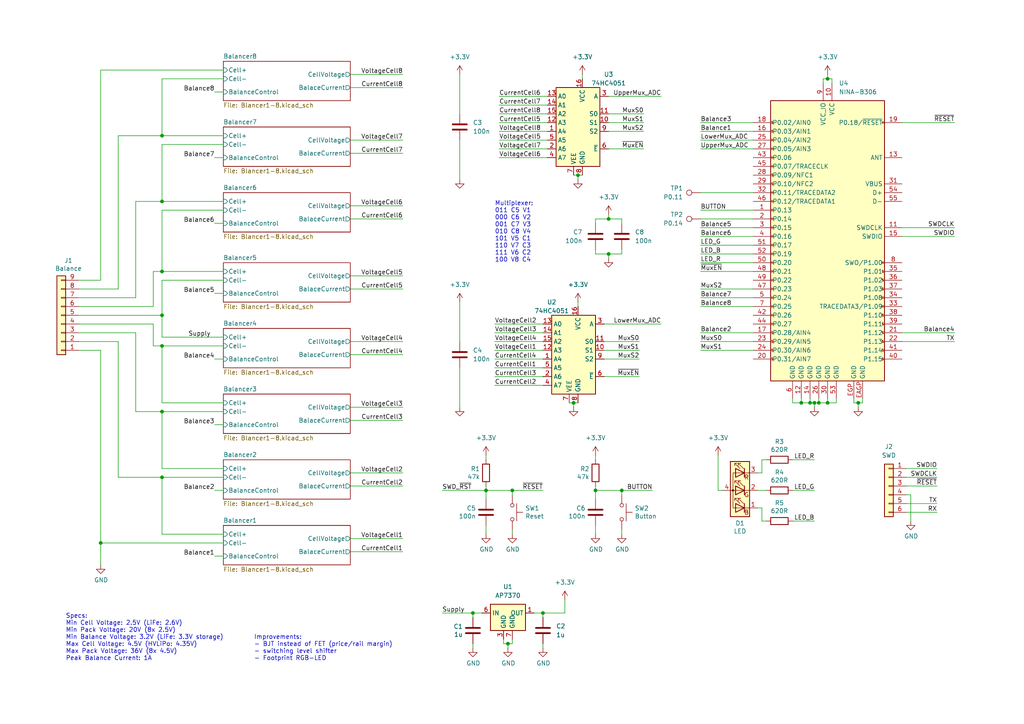
<source format=kicad_sch>
(kicad_sch (version 20211123) (generator eeschema)
  (paper "A4")
  (title_block (title "8-Cell Balancer") (date "2024-01-10") (rev "-"))
  (lib_symbols
    (symbol "0_ProjectLibrary:LDO_Diodes_AP7370"
      (property "Reference" "U?" (at 0 8.89 0))
      (property "Value" "LDO_Diodes_AP7370" (at 0 6.35 0))
      (symbol "LDO_Diodes_AP7370_0_0"
        (pin passive line (at -1.27 -6.35 90) (length 2.54) (name "GND") (number "3"))
        (pin no_connect line (at 0 0 180) (length 2.54) hide (name "") (number "4"))
        (pin passive line (at 1.27 -6.35 90) (length 2.54) (name "GND") (number "7"))
      )
      (symbol "LDO_Diodes_AP7370_0_1"
        (rectangle (start -5.08 3.81) (end 5.08 -3.81) (stroke (width 0.254)) (fill (type background)))
      )
      (symbol "LDO_Diodes_AP7370_1_1"
        (pin power_out line (at 7.62 1.27 180) (length 2.54) (name "OUT") (number "1"))
        (pin no_connect line (at 0 0 180) (length 2.54) hide (name "") (number "2"))
        (pin no_connect line (at 0 0 180) (length 2.54) hide (name "") (number "5"))
        (pin power_in line (at -7.62 1.27 0) (length 2.54) (name "IN") (number "6"))
      )
    )
    (symbol "0_ProjectLibrary:Module_NINA-B306"
      (property "Reference" "U" (at -16.51 41.91 0))
      (property "Value" "Module_NINA-B306" (at 16.51 41.91 0))
      (symbol "Module_NINA-B306_0_1"
        (rectangle (start -16.51 40.64) (end 16.51 -40.64) (stroke (width 0.254)) (fill (type background)))
      )
      (symbol "Module_NINA-B306_1_1"
        (text "  H" (at -16.51 -24.13 0) (effects (font (size 0.635 0.635))))
        (text "  H" (at -16.51 -21.59 0) (effects (font (size 0.635 0.635))))
        (text "  H" (at -16.51 -19.05 0) (effects (font (size 0.635 0.635))))
        (text "  H" (at -16.51 -16.51 0) (effects (font (size 0.635 0.635))))
        (text "  H" (at -16.51 -13.97 0) (effects (font (size 0.635 0.635))))
        (text "  H" (at -16.51 -11.43 0) (effects (font (size 0.635 0.635))))
        (text "  H" (at -16.51 -8.89 0) (effects (font (size 0.635 0.635))))
        (text "  H" (at -16.51 -6.35 0) (effects (font (size 0.635 0.635))))
        (text "  H" (at -16.51 -3.81 0) (effects (font (size 0.635 0.635))))
        (text "  H" (at -16.51 -1.27 0) (effects (font (size 0.635 0.635))))
        (text "  H" (at -16.51 1.27 0) (effects (font (size 0.635 0.635))))
        (text "  H" (at -16.51 3.81 0) (effects (font (size 0.635 0.635))))
        (text "  H" (at -16.51 6.35 0) (effects (font (size 0.635 0.635))))
        (text "  H" (at -16.51 8.89 0) (effects (font (size 0.635 0.635))))
        (text "  H" (at -16.51 11.43 0) (effects (font (size 0.635 0.635))))
        (text "  H" (at -16.51 13.97 0) (effects (font (size 0.635 0.635))))
        (text "  H" (at -16.51 21.59 0) (effects (font (size 0.635 0.635))))
        (text "  H" (at -16.51 24.13 0) (effects (font (size 0.635 0.635))))
        (text "  H" (at -16.51 26.67 0) (effects (font (size 0.635 0.635))))
        (text "  H" (at -16.51 29.21 0) (effects (font (size 0.635 0.635))))
        (text "  S" (at -16.51 -34.29 0) (effects (font (size 0.635 0.635))))
        (text "  S" (at -16.51 -31.75 0) (effects (font (size 0.635 0.635))))
        (text "  S" (at -16.51 -29.21 0) (effects (font (size 0.635 0.635))))
        (text "  S" (at -16.51 -26.67 0) (effects (font (size 0.635 0.635))))
        (text "  S" (at -16.51 16.51 0) (effects (font (size 0.635 0.635))))
        (text "  S" (at -16.51 19.05 0) (effects (font (size 0.635 0.635))))
        (text "  S" (at -16.51 31.75 0) (effects (font (size 0.635 0.635))))
        (text "  S" (at -16.51 34.29 0) (effects (font (size 0.635 0.635))))
        (text "H  " (at 16.51 -19.05 0) (effects (font (size 0.635 0.635))))
        (text "H  " (at 16.51 -16.51 0) (effects (font (size 0.635 0.635))))
        (text "H  " (at 16.51 -6.35 0) (effects (font (size 0.635 0.635))))
        (text "H  " (at 16.51 34.29 0) (effects (font (size 0.635 0.635))))
        (text "S  " (at 16.51 -34.29 0) (effects (font (size 0.635 0.635))))
        (text "S  " (at 16.51 -31.75 0) (effects (font (size 0.635 0.635))))
        (text "S  " (at 16.51 -29.21 0) (effects (font (size 0.635 0.635))))
        (text "S  " (at 16.51 -26.67 0) (effects (font (size 0.635 0.635))))
        (text "S  " (at 16.51 -24.13 0) (effects (font (size 0.635 0.635))))
        (text "S  " (at 16.51 -21.59 0) (effects (font (size 0.635 0.635))))
        (text "S  " (at 16.51 -13.97 0) (effects (font (size 0.635 0.635))))
        (text "S  " (at 16.51 -11.43 0) (effects (font (size 0.635 0.635))))
        (text "S  " (at 16.51 -8.89 0) (effects (font (size 0.635 0.635))))
        (pin bidirectional line (at -21.59 8.89 0) (length 5.08) (name "P0.13") (number "1"))
        (pin power_in line (at 1.27 45.72 270) (length 5.08) (name "VCC") (number "10"))
        (pin input line (at 21.59 3.81 180) (length 5.08) (name "SWDCLK") (number "11"))
        (pin power_in line (at -7.62 -45.72 90) (length 5.08) (name "GND") (number "12"))
        (pin passive line (at 21.59 24.13 180) (length 5.08) (name "ANT") (number "13"))
        (pin power_in line (at -5.08 -45.72 90) (length 5.08) (name "GND") (number "14"))
        (pin bidirectional line (at 21.59 1.27 180) (length 5.08) (name "SWDIO") (number "15"))
        (pin bidirectional line (at -21.59 31.75 0) (length 5.08) (name "P0.03/AIN1") (number "16"))
        (pin bidirectional line (at -21.59 -26.67 0) (length 5.08) (name "P0.28/AIN4") (number "17"))
        (pin bidirectional line (at -21.59 34.29 0) (length 5.08) (name "P0.02/AIN0") (number "18"))
        (pin bidirectional line (at 21.59 34.29 180) (length 5.08) (name "P0.18/~{RESET}") (number "19"))
        (pin bidirectional line (at -21.59 6.35 0) (length 5.08) (name "P0.14") (number "2"))
        (pin bidirectional line (at -21.59 -34.29 0) (length 5.08) (name "P0.31/AIN7") (number "20"))
        (pin bidirectional line (at 21.59 -26.67 180) (length 5.08) (name "P1.12") (number "21"))
        (pin bidirectional line (at 21.59 -29.21 180) (length 5.08) (name "P1.13") (number "22"))
        (pin bidirectional line (at -21.59 -29.21 0) (length 5.08) (name "P0.29/AIN5") (number "23"))
        (pin bidirectional line (at -21.59 -31.75 0) (length 5.08) (name "P0.30/AIN6") (number "24"))
        (pin bidirectional line (at -21.59 29.21 0) (length 5.08) (name "P0.04/AIN2") (number "25"))
        (pin power_in line (at -2.54 -45.72 90) (length 5.08) (name "GND") (number "26"))
        (pin bidirectional line (at -21.59 26.67 0) (length 5.08) (name "P0.05/AIN3") (number "27"))
        (pin bidirectional line (at -21.59 19.05 0) (length 5.08) (name "P0.09/NFC1") (number "28"))
        (pin bidirectional line (at -21.59 16.51 0) (length 5.08) (name "P0.10/NFC2") (number "29"))
        (pin bidirectional line (at -21.59 3.81 0) (length 5.08) (name "P0.15") (number "3"))
        (pin power_in line (at 0 -45.72 90) (length 5.08) (name "GND") (number "30"))
        (pin power_in line (at 21.59 16.51 180) (length 5.08) (name "VBUS") (number "31"))
        (pin bidirectional line (at -21.59 13.97 0) (length 5.08) (name "P0.11/TRACEDATA2") (number "32"))
        (pin bidirectional line (at 21.59 -19.05 180) (length 5.08) (name "TRACEDATA3/P1.09") (number "33"))
        (pin bidirectional line (at 21.59 -16.51 180) (length 5.08) (name "P1.08") (number "34"))
        (pin bidirectional line (at 21.59 -8.89 180) (length 5.08) (name "P1.01") (number "35"))
        (pin bidirectional line (at 21.59 -11.43 180) (length 5.08) (name "P1.02") (number "36"))
        (pin bidirectional line (at 21.59 -13.97 180) (length 5.08) (name "P1.03") (number "37"))
        (pin bidirectional line (at 21.59 -21.59 180) (length 5.08) (name "P1.10") (number "38"))
        (pin bidirectional line (at 21.59 -24.13 180) (length 5.08) (name "P1.11") (number "39"))
        (pin bidirectional line (at -21.59 1.27 0) (length 5.08) (name "P0.16") (number "4"))
        (pin bidirectional line (at 21.59 -34.29 180) (length 5.08) (name "P1.15") (number "40"))
        (pin bidirectional line (at 21.59 -31.75 180) (length 5.08) (name "P1.14") (number "41"))
        (pin bidirectional line (at -21.59 -21.59 0) (length 5.08) (name "P0.26") (number "42"))
        (pin bidirectional line (at -21.59 24.13 0) (length 5.08) (name "P0.06") (number "43"))
        (pin bidirectional line (at -21.59 -24.13 0) (length 5.08) (name "P0.27") (number "44"))
        (pin bidirectional line (at -21.59 21.59 0) (length 5.08) (name "P0.07/TRACECLK") (number "45"))
        (pin bidirectional line (at -21.59 11.43 0) (length 5.08) (name "P0.12/TRACEDATA1") (number "46"))
        (pin bidirectional line (at -21.59 -13.97 0) (length 5.08) (name "P0.23") (number "47"))
        (pin bidirectional line (at -21.59 -8.89 0) (length 5.08) (name "P0.21") (number "48"))
        (pin bidirectional line (at -21.59 -11.43 0) (length 5.08) (name "P0.22") (number "49"))
        (pin bidirectional line (at -21.59 -16.51 0) (length 5.08) (name "P0.24") (number "5"))
        (pin bidirectional line (at -21.59 -6.35 0) (length 5.08) (name "P0.20") (number "50"))
        (pin bidirectional line (at -21.59 -1.27 0) (length 5.08) (name "P0.17") (number "51"))
        (pin bidirectional line (at -21.59 -3.81 0) (length 5.08) (name "P0.19") (number "52"))
        (pin power_in line (at 2.54 -45.72 90) (length 5.08) (name "GND") (number "53"))
        (pin bidirectional line (at 21.59 13.97 180) (length 5.08) (name "D+") (number "54"))
        (pin bidirectional line (at 21.59 11.43 180) (length 5.08) (name "D-") (number "55"))
        (pin power_in line (at -10.16 -45.72 90) (length 5.08) (name "GND") (number "6"))
        (pin bidirectional line (at -21.59 -19.05 0) (length 5.08) (name "P0.25") (number "7"))
        (pin bidirectional line (at 21.59 -6.35 180) (length 5.08) (name "SWO/P1.00") (number "8"))
        (pin power_in line (at -1.27 45.72 270) (length 5.08) (name "VCC_IO") (number "9"))
        (pin power_in line (at 10.16 -45.72 90) (length 5.08) (name "GND") (number "EAGP"))
        (pin power_in line (at 7.62 -45.72 90) (length 5.08) (name "GND") (number "EGP"))
      )
    )
    (symbol "74HC4051_1"
      (property "Reference" "U7" (at -7.62 13.97 0))
      (property "Value" "74HC4051" (at -7.62 11.43 0))
      (symbol "74HC4051_1_0_1"
        (rectangle (start -5.08 10.16) (end 7.62 -12.7) (stroke (width 0.254)) (fill (type background)))
      )
      (symbol "74HC4051_1_1_1"
        (pin passive line (at 10.16 -2.54 180) (length 2.54) (name "A4") (number "1"))
        (pin input line (at -7.62 0 0) (length 2.54) (name "S1") (number "10"))
        (pin input line (at -7.62 2.54 0) (length 2.54) (name "S0") (number "11"))
        (pin passive line (at 10.16 0 180) (length 2.54) (name "A3") (number "12"))
        (pin passive line (at 10.16 7.62 180) (length 2.54) (name "A0") (number "13"))
        (pin passive line (at 10.16 5.08 180) (length 2.54) (name "A1") (number "14"))
        (pin passive line (at 10.16 2.54 180) (length 2.54) (name "A2") (number "15"))
        (pin power_in line (at 0 12.7 270) (length 2.54) (name "VCC") (number "16"))
        (pin passive line (at 10.16 -7.62 180) (length 2.54) (name "A6") (number "2"))
        (pin passive line (at -7.62 7.62 0) (length 2.54) (name "A") (number "3"))
        (pin passive line (at 10.16 -10.16 180) (length 2.54) (name "A7") (number "4"))
        (pin passive line (at 10.16 -5.08 180) (length 2.54) (name "A5") (number "5"))
        (pin input line (at -7.62 -7.62 0) (length 2.54) (name "~{E}") (number "6"))
        (pin power_in line (at 2.54 -15.24 90) (length 2.54) (name "VEE") (number "7"))
        (pin power_in line (at 0 -15.24 90) (length 2.54) (name "GND") (number "8"))
        (pin input line (at -7.62 -2.54 0) (length 2.54) (name "S2") (number "9"))
      )
    )
    (symbol "74xx:74HC4051"
      (property "Reference" "U" (at -5.08 11.43 0))
      (property "Value" "74HC4051" (at -7.62 -13.97 0))
      (symbol "74HC4051_0_1"
        (rectangle (start -5.08 10.16) (end 7.62 -12.7) (stroke (width 0.254)) (fill (type background)))
      )
      (symbol "74HC4051_1_1"
        (pin passive line (at 10.16 -2.54 180) (length 2.54) (name "A4") (number "1"))
        (pin input line (at -7.62 0 0) (length 2.54) (name "S1") (number "10"))
        (pin input line (at -7.62 2.54 0) (length 2.54) (name "S0") (number "11"))
        (pin passive line (at 10.16 0 180) (length 2.54) (name "A3") (number "12"))
        (pin passive line (at 10.16 7.62 180) (length 2.54) (name "A0") (number "13"))
        (pin passive line (at 10.16 5.08 180) (length 2.54) (name "A1") (number "14"))
        (pin passive line (at 10.16 2.54 180) (length 2.54) (name "A2") (number "15"))
        (pin power_in line (at 0 12.7 270) (length 2.54) (name "VCC") (number "16"))
        (pin passive line (at 10.16 -7.62 180) (length 2.54) (name "A6") (number "2"))
        (pin passive line (at -7.62 7.62 0) (length 2.54) (name "A") (number "3"))
        (pin passive line (at 10.16 -10.16 180) (length 2.54) (name "A7") (number "4"))
        (pin passive line (at 10.16 -5.08 180) (length 2.54) (name "A5") (number "5"))
        (pin input line (at -7.62 -7.62 0) (length 2.54) (name "~{E}") (number "6"))
        (pin power_in line (at 2.54 -15.24 90) (length 2.54) (name "VEE") (number "7"))
        (pin power_in line (at 0 -15.24 90) (length 2.54) (name "GND") (number "8"))
        (pin input line (at -7.62 -2.54 0) (length 2.54) (name "S2") (number "9"))
      )
    )
    (symbol "Connector:TestPoint" (pin_numbers hide) (pin_names (offset 0.762) hide)
      (property "Reference" "TP" (at 0 6.858 0))
      (property "Value" "TestPoint" (at 0 5.08 0))
      (symbol "TestPoint_0_1"
        (circle (center 0 3.302) (radius 0.762))
      )
      (symbol "TestPoint_1_1"
        (pin passive line (at 0 0 90) (length 2.54) (name "1") (number "1"))
      )
    )
    (symbol "Connector_Generic:Conn_01x06" (pin_names (offset 1.016) hide)
      (property "Reference" "J" (at 0 7.62 0))
      (property "Value" "Conn_01x06" (at 0 -10.16 0))
      (symbol "Conn_01x06_1_1"
        (rectangle (start -1.27 -7.493) (end 0 -7.747) (stroke (width 0.1524)))
        (rectangle (start -1.27 -4.953) (end 0 -5.207) (stroke (width 0.1524)))
        (rectangle (start -1.27 -2.413) (end 0 -2.667) (stroke (width 0.1524)))
        (rectangle (start -1.27 0.127) (end 0 -0.127) (stroke (width 0.1524)))
        (rectangle (start -1.27 2.667) (end 0 2.413) (stroke (width 0.1524)))
        (rectangle (start -1.27 5.207) (end 0 4.953) (stroke (width 0.1524)))
        (rectangle (start -1.27 6.35) (end 1.27 -8.89) (stroke (width 0.254)) (fill (type background)))
        (pin passive line (at -5.08 5.08 0) (length 3.81) (name "Pin_1") (number "1"))
        (pin passive line (at -5.08 2.54 0) (length 3.81) (name "Pin_2") (number "2"))
        (pin passive line (at -5.08 0 0) (length 3.81) (name "Pin_3") (number "3"))
        (pin passive line (at -5.08 -2.54 0) (length 3.81) (name "Pin_4") (number "4"))
        (pin passive line (at -5.08 -5.08 0) (length 3.81) (name "Pin_5") (number "5"))
        (pin passive line (at -5.08 -7.62 0) (length 3.81) (name "Pin_6") (number "6"))
      )
    )
    (symbol "Connector_Generic:Conn_01x09" (pin_names (offset 1.016) hide)
      (property "Reference" "J" (at 0 12.7 0))
      (property "Value" "Conn_01x09" (at 0 -12.7 0))
      (symbol "Conn_01x09_1_1"
        (rectangle (start -1.27 -10.033) (end 0 -10.287) (stroke (width 0.1524)))
        (rectangle (start -1.27 -7.493) (end 0 -7.747) (stroke (width 0.1524)))
        (rectangle (start -1.27 -4.953) (end 0 -5.207) (stroke (width 0.1524)))
        (rectangle (start -1.27 -2.413) (end 0 -2.667) (stroke (width 0.1524)))
        (rectangle (start -1.27 0.127) (end 0 -0.127) (stroke (width 0.1524)))
        (rectangle (start -1.27 2.667) (end 0 2.413) (stroke (width 0.1524)))
        (rectangle (start -1.27 5.207) (end 0 4.953) (stroke (width 0.1524)))
        (rectangle (start -1.27 7.747) (end 0 7.493) (stroke (width 0.1524)))
        (rectangle (start -1.27 10.287) (end 0 10.033) (stroke (width 0.1524)))
        (rectangle (start -1.27 11.43) (end 1.27 -11.43) (stroke (width 0.254)) (fill (type background)))
        (pin passive line (at -5.08 10.16 0) (length 3.81) (name "Pin_1") (number "1"))
        (pin passive line (at -5.08 7.62 0) (length 3.81) (name "Pin_2") (number "2"))
        (pin passive line (at -5.08 5.08 0) (length 3.81) (name "Pin_3") (number "3"))
        (pin passive line (at -5.08 2.54 0) (length 3.81) (name "Pin_4") (number "4"))
        (pin passive line (at -5.08 0 0) (length 3.81) (name "Pin_5") (number "5"))
        (pin passive line (at -5.08 -2.54 0) (length 3.81) (name "Pin_6") (number "6"))
        (pin passive line (at -5.08 -5.08 0) (length 3.81) (name "Pin_7") (number "7"))
        (pin passive line (at -5.08 -7.62 0) (length 3.81) (name "Pin_8") (number "8"))
        (pin passive line (at -5.08 -10.16 0) (length 3.81) (name "Pin_9") (number "9"))
      )
    )
    (symbol "Device:C" (pin_numbers hide) (pin_names (offset 0.254))
      (property "Reference" "C" (at 0.635 2.54 0))
      (property "Value" "C" (at 0.635 -2.54 0))
      (symbol "C_0_1"
        (polyline (pts (xy -2.032 -0.762) (xy 2.032 -0.762)) (stroke (width 0.508)))
        (polyline (pts (xy -2.032 0.762) (xy 2.032 0.762)) (stroke (width 0.508)))
      )
      (symbol "C_1_1"
        (pin passive line (at 0 3.81 270) (length 2.794) (name "~") (number "1"))
        (pin passive line (at 0 -3.81 90) (length 2.794) (name "~") (number "2"))
      )
    )
    (symbol "Device:LED_BGRA" (pin_names (offset 0) hide)
      (property "Reference" "D" (at 0 9.398 0))
      (property "Value" "LED_BGRA" (at 0 -8.89 0))
      (symbol "LED_BGRA_0_0"
        (text "B" (at -1.905 -6.35 0) (effects (font (size 1.27 1.27))))
        (text "G" (at -1.905 -1.27 0) (effects (font (size 1.27 1.27))))
        (text "R" (at -1.905 3.81 0) (effects (font (size 1.27 1.27))))
      )
      (symbol "LED_BGRA_0_1"
        (polyline (pts (xy -1.27 -5.08) (xy -2.54 -5.08)))
        (polyline (pts (xy -1.27 -5.08) (xy 1.27 -5.08)))
        (polyline (pts (xy -1.27 -3.81) (xy -1.27 -6.35)) (stroke (width 0.254)))
        (polyline (pts (xy -1.27 0) (xy -2.54 0)))
        (polyline (pts (xy -1.27 1.27) (xy -1.27 -1.27)) (stroke (width 0.254)))
        (polyline (pts (xy -1.27 5.08) (xy -2.54 5.08)))
        (polyline (pts (xy -1.27 5.08) (xy 1.27 5.08)))
        (polyline (pts (xy -1.27 6.35) (xy -1.27 3.81)) (stroke (width 0.254)))
        (polyline (pts (xy 1.27 0) (xy -1.27 0)))
        (polyline (pts (xy 1.27 0) (xy 2.54 0)))
        (polyline (pts (xy -1.27 1.27) (xy -1.27 -1.27) (xy -1.27 -1.27)))
        (polyline (pts (xy -1.27 6.35) (xy -1.27 3.81) (xy -1.27 3.81)))
        (polyline (pts (xy 1.27 -5.08) (xy 2.032 -5.08) (xy 2.032 5.08) (xy 1.27 5.08)))
        (polyline (pts (xy 1.27 -3.81) (xy 1.27 -6.35) (xy -1.27 -5.08) (xy 1.27 -3.81)) (stroke (width 0.254)))
        (polyline (pts (xy 1.27 1.27) (xy 1.27 -1.27) (xy -1.27 0) (xy 1.27 1.27)) (stroke (width 0.254)))
        (polyline (pts (xy 1.27 6.35) (xy 1.27 3.81) (xy -1.27 5.08) (xy 1.27 6.35)) (stroke (width 0.254)))
        (polyline (pts (xy -1.016 -3.81) (xy 0.508 -2.286) (xy -0.254 -2.286) (xy 0.508 -2.286) (xy 0.508 -3.048)))
        (polyline (pts (xy -1.016 1.27) (xy 0.508 2.794) (xy -0.254 2.794) (xy 0.508 2.794) (xy 0.508 2.032)))
        (polyline (pts (xy -1.016 6.35) (xy 0.508 7.874) (xy -0.254 7.874) (xy 0.508 7.874) (xy 0.508 7.112)))
        (polyline (pts (xy 0 -3.81) (xy 1.524 -2.286) (xy 0.762 -2.286) (xy 1.524 -2.286) (xy 1.524 -3.048)))
        (polyline (pts (xy 0 1.27) (xy 1.524 2.794) (xy 0.762 2.794) (xy 1.524 2.794) (xy 1.524 2.032)))
        (polyline (pts (xy 0 6.35) (xy 1.524 7.874) (xy 0.762 7.874) (xy 1.524 7.874) (xy 1.524 7.112)))
        (rectangle (start 1.27 -1.27) (end 1.27 1.27))
        (rectangle (start 1.27 1.27) (end 1.27 1.27))
        (rectangle (start 1.27 3.81) (end 1.27 6.35))
        (rectangle (start 1.27 6.35) (end 1.27 6.35))
        (circle (center 2.032 0) (radius 0.254) (fill (type outline)))
        (rectangle (start 2.794 8.382) (end -2.794 -7.62) (stroke (width 0.254)) (fill (type background)))
      )
      (symbol "LED_BGRA_1_1"
        (pin passive line (at -5.08 -5.08 0) (length 2.54) (name "BK") (number "1"))
        (pin passive line (at -5.08 0 0) (length 2.54) (name "GK") (number "2"))
        (pin passive line (at -5.08 5.08 0) (length 2.54) (name "RK") (number "3"))
        (pin passive line (at 5.08 0 180) (length 2.54) (name "A") (number "4"))
      )
    )
    (symbol "Device:R" (pin_numbers hide) (pin_names (offset 0))
      (property "Reference" "R" (at 2.032 0 90))
      (property "Value" "R" (at 0 0 90))
      (symbol "R_0_1"
        (rectangle (start -1.016 -2.54) (end 1.016 2.54) (stroke (width 0.254)))
      )
      (symbol "R_1_1"
        (pin passive line (at 0 3.81 270) (length 1.27) (name "~") (number "1"))
        (pin passive line (at 0 -3.81 90) (length 1.27) (name "~") (number "2"))
      )
    )
    (symbol "Switch:SW_Push" (pin_numbers hide) (pin_names (offset 1.016) hide)
      (property "Reference" "SW" (at 1.27 2.54 0))
      (property "Value" "SW_Push" (at 0 -1.524 0))
      (symbol "SW_Push_0_1"
        (circle (center -2.032 0) (radius 0.508))
        (polyline (pts (xy 0 1.27) (xy 0 3.048)))
        (polyline (pts (xy 2.54 1.27) (xy -2.54 1.27)))
        (circle (center 2.032 0) (radius 0.508))
        (pin passive line (at -5.08 0 0) (length 2.54) (name "1") (number "1"))
        (pin passive line (at 5.08 0 180) (length 2.54) (name "2") (number "2"))
      )
    )
    (symbol "power:+3.3V" (power) (pin_names (offset 0))
      (property "Value" "+3.3V" (at 0 3.556 0))
      (symbol "+3.3V_0_1"
        (polyline (pts (xy -0.762 1.27) (xy 0 2.54)))
        (polyline (pts (xy 0 0) (xy 0 2.54)))
        (polyline (pts (xy 0 2.54) (xy 0.762 1.27)))
      )
      (symbol "+3.3V_1_1"
        (pin power_in line (at 0 0 90) (length 0) hide (name "+3.3V") (number "1"))
      )
    )
    (symbol "power:GND" (power) (pin_names (offset 0))
      (property "Value" "GND" (at 0 -3.81 0))
      (symbol "GND_0_1"
        (polyline (pts (xy 0 0) (xy 0 -1.27) (xy 1.27 -1.27) (xy 0 -2.54) (xy -1.27 -1.27) (xy 0 -1.27)))
      )
      (symbol "GND_1_1"
        (pin power_in line (at 0 0 270) (length 0) hide (name "GND") (number "1"))
      )
    )
  )
  (junction (at 157.48 177.8))
  (junction (at 46.99 119.38))
  (junction (at 147.32 186.69))
  (junction (at 248.92 116.84))
  (junction (at 240.03 22.86))
  (junction (at 46.99 58.42))
  (junction (at 166.37 116.84))
  (junction (at 46.99 100.33))
  (junction (at 167.64 50.8))
  (junction (at 232.41 116.84))
  (junction (at 46.99 91.44))
  (junction (at 46.99 138.43))
  (junction (at 176.53 73.66))
  (junction (at 140.97 142.24))
  (junction (at 176.53 63.5))
  (junction (at 29.21 157.48))
  (junction (at 148.59 142.24))
  (junction (at 236.22 116.84))
  (junction (at 172.72 142.24))
  (junction (at 240.03 116.84))
  (junction (at 180.34 142.24))
  (junction (at 137.16 177.8))
  (junction (at 46.99 39.37))
  (junction (at 234.95 116.84))
  (junction (at 46.99 78.74))
  (junction (at 237.49 116.84))
  (wire (pts (xy 262.89 143.51) (xy 264.16 143.51)))
  (wire (pts (xy 203.2 96.52) (xy 218.44 96.52)))
  (wire (pts (xy 143.51 99.06) (xy 157.48 99.06)))
  (wire (pts (xy 29.21 20.32) (xy 29.21 81.28)))
  (wire (pts (xy 250.19 115.57) (xy 250.19 116.84)))
  (wire (pts (xy 203.2 76.2) (xy 218.44 76.2)))
  (wire (pts (xy 229.87 142.24) (xy 236.22 142.24)))
  (wire (pts (xy 62.23 104.14) (xy 64.77 104.14)))
  (wire (pts (xy 34.29 138.43) (xy 46.99 138.43)))
  (wire (pts (xy 137.16 186.69) (xy 137.16 187.96)))
  (wire (pts (xy 22.86 91.44) (xy 46.99 91.44)))
  (wire (pts (xy 157.48 101.6) (xy 143.51 101.6)))
  (wire (pts (xy 101.6 59.69) (xy 116.84 59.69)))
  (wire (pts (xy 203.2 68.58) (xy 218.44 68.58)))
  (wire (pts (xy 247.65 116.84) (xy 248.92 116.84)))
  (wire (pts (xy 133.35 87.63) (xy 133.35 99.06)))
  (wire (pts (xy 46.99 58.42) (xy 39.37 58.42)))
  (wire (pts (xy 34.29 39.37) (xy 46.99 39.37)))
  (wire (pts (xy 39.37 119.38) (xy 39.37 96.52)))
  (wire (pts (xy 208.28 142.24) (xy 209.55 142.24)))
  (wire (pts (xy 140.97 140.97) (xy 140.97 142.24)))
  (wire (pts (xy 163.83 177.8) (xy 157.48 177.8)))
  (wire (pts (xy 229.87 116.84) (xy 232.41 116.84)))
  (wire (pts (xy 208.28 132.08) (xy 208.28 142.24)))
  (wire (pts (xy 101.6 80.01) (xy 116.84 80.01)))
  (wire (pts (xy 46.99 138.43) (xy 46.99 154.94)))
  (wire (pts (xy 176.53 33.02) (xy 186.69 33.02)))
  (wire (pts (xy 62.23 142.24) (xy 64.77 142.24)))
  (wire (pts (xy 176.53 38.1) (xy 186.69 38.1)))
  (wire (pts (xy 140.97 142.24) (xy 128.27 142.24)))
  (wire (pts (xy 64.77 78.74) (xy 46.99 78.74)))
  (wire (pts (xy 44.45 93.98) (xy 22.86 93.98)))
  (wire (pts (xy 44.45 100.33) (xy 46.99 100.33)))
  (wire (pts (xy 264.16 143.51) (xy 264.16 151.13)))
  (wire (pts (xy 172.72 140.97) (xy 172.72 142.24)))
  (wire (pts (xy 101.6 140.97) (xy 116.84 140.97)))
  (wire (pts (xy 46.99 100.33) (xy 64.77 100.33)))
  (wire (pts (xy 143.51 93.98) (xy 157.48 93.98)))
  (wire (pts (xy 62.23 123.19) (xy 64.77 123.19)))
  (wire (pts (xy 44.45 88.9) (xy 22.86 88.9)))
  (wire (pts (xy 166.37 50.8) (xy 167.64 50.8)))
  (wire (pts (xy 175.26 99.06) (xy 185.42 99.06)))
  (wire (pts (xy 168.91 21.59) (xy 168.91 22.86)))
  (wire (pts (xy 101.6 121.92) (xy 116.84 121.92)))
  (wire (pts (xy 238.76 24.13) (xy 238.76 22.86)))
  (wire (pts (xy 191.77 93.98) (xy 175.26 93.98)))
  (wire (pts (xy 176.53 73.66) (xy 180.34 73.66)))
  (wire (pts (xy 101.6 156.21) (xy 116.84 156.21)))
  (wire (pts (xy 203.2 38.1) (xy 218.44 38.1)))
  (wire (pts (xy 218.44 101.6) (xy 203.2 101.6)))
  (wire (pts (xy 229.87 133.35) (xy 236.22 133.35)))
  (wire (pts (xy 101.6 160.02) (xy 116.84 160.02)))
  (wire (pts (xy 39.37 86.36) (xy 22.86 86.36)))
  (wire (pts (xy 148.59 153.67) (xy 148.59 154.94)))
  (wire (pts (xy 62.23 26.67) (xy 64.77 26.67)))
  (wire (pts (xy 175.26 101.6) (xy 185.42 101.6)))
  (wire (pts (xy 172.72 72.39) (xy 172.72 73.66)))
  (wire (pts (xy 157.48 96.52) (xy 143.51 96.52)))
  (wire (pts (xy 248.92 116.84) (xy 250.19 116.84)))
  (wire (pts (xy 218.44 99.06) (xy 203.2 99.06)))
  (wire (pts (xy 46.99 138.43) (xy 64.77 138.43)))
  (wire (pts (xy 203.2 60.96) (xy 218.44 60.96)))
  (wire (pts (xy 158.75 33.02) (xy 144.78 33.02)))
  (wire (pts (xy 176.53 43.18) (xy 186.69 43.18)))
  (wire (pts (xy 236.22 116.84) (xy 236.22 118.11)))
  (wire (pts (xy 220.98 147.32) (xy 219.71 147.32)))
  (wire (pts (xy 237.49 115.57) (xy 237.49 116.84)))
  (wire (pts (xy 163.83 173.99) (xy 163.83 177.8)))
  (wire (pts (xy 248.92 116.84) (xy 248.92 118.11)))
  (wire (pts (xy 29.21 157.48) (xy 29.21 163.83)))
  (wire (pts (xy 261.62 66.04) (xy 276.86 66.04)))
  (wire (pts (xy 101.6 21.59) (xy 116.84 21.59)))
  (wire (pts (xy 172.72 142.24) (xy 172.72 144.78)))
  (wire (pts (xy 39.37 96.52) (xy 22.86 96.52)))
  (wire (pts (xy 147.32 186.69) (xy 148.59 186.69)))
  (wire (pts (xy 176.53 63.5) (xy 180.34 63.5)))
  (wire (pts (xy 34.29 99.06) (xy 22.86 99.06)))
  (wire (pts (xy 147.32 186.69) (xy 147.32 187.96)))
  (wire (pts (xy 262.89 146.05) (xy 271.78 146.05)))
  (wire (pts (xy 39.37 119.38) (xy 46.99 119.38)))
  (wire (pts (xy 180.34 142.24) (xy 189.23 142.24)))
  (wire (pts (xy 203.2 86.36) (xy 218.44 86.36)))
  (wire (pts (xy 203.2 55.88) (xy 218.44 55.88)))
  (wire (pts (xy 237.49 116.84) (xy 240.03 116.84)))
  (wire (pts (xy 222.25 151.13) (xy 220.98 151.13)))
  (wire (pts (xy 143.51 111.76) (xy 157.48 111.76)))
  (wire (pts (xy 22.86 83.82) (xy 34.29 83.82)))
  (wire (pts (xy 166.37 118.11) (xy 166.37 116.84)))
  (wire (pts (xy 128.27 177.8) (xy 137.16 177.8)))
  (wire (pts (xy 158.75 35.56) (xy 144.78 35.56)))
  (wire (pts (xy 229.87 151.13) (xy 236.22 151.13)))
  (wire (pts (xy 175.26 109.22) (xy 185.42 109.22)))
  (wire (pts (xy 101.6 40.64) (xy 116.84 40.64)))
  (wire (pts (xy 146.05 186.69) (xy 147.32 186.69)))
  (wire (pts (xy 203.2 78.74) (xy 218.44 78.74)))
  (wire (pts (xy 158.75 38.1) (xy 144.78 38.1)))
  (wire (pts (xy 46.99 41.91) (xy 46.99 58.42)))
  (wire (pts (xy 101.6 44.45) (xy 116.84 44.45)))
  (wire (pts (xy 101.6 63.5) (xy 116.84 63.5)))
  (wire (pts (xy 220.98 151.13) (xy 220.98 147.32)))
  (wire (pts (xy 158.75 30.48) (xy 144.78 30.48)))
  (wire (pts (xy 157.48 186.69) (xy 157.48 187.96)))
  (wire (pts (xy 46.99 100.33) (xy 46.99 116.84)))
  (wire (pts (xy 29.21 81.28) (xy 22.86 81.28)))
  (wire (pts (xy 229.87 115.57) (xy 229.87 116.84)))
  (wire (pts (xy 137.16 177.8) (xy 139.7 177.8)))
  (wire (pts (xy 172.72 152.4) (xy 172.72 154.94)))
  (wire (pts (xy 29.21 157.48) (xy 64.77 157.48)))
  (wire (pts (xy 157.48 109.22) (xy 143.51 109.22)))
  (wire (pts (xy 203.2 35.56) (xy 218.44 35.56)))
  (wire (pts (xy 236.22 116.84) (xy 237.49 116.84)))
  (wire (pts (xy 64.77 97.79) (xy 46.99 97.79)))
  (wire (pts (xy 133.35 106.68) (xy 133.35 118.11)))
  (wire (pts (xy 157.48 177.8) (xy 157.48 179.07)))
  (wire (pts (xy 140.97 133.35) (xy 140.97 132.08)))
  (wire (pts (xy 203.2 43.18) (xy 218.44 43.18)))
  (wire (pts (xy 39.37 58.42) (xy 39.37 86.36)))
  (wire (pts (xy 46.99 60.96) (xy 46.99 78.74)))
  (wire (pts (xy 191.77 27.94) (xy 176.53 27.94)))
  (wire (pts (xy 240.03 21.59) (xy 240.03 22.86)))
  (wire (pts (xy 46.99 119.38) (xy 64.77 119.38)))
  (wire (pts (xy 157.48 177.8) (xy 154.94 177.8)))
  (wire (pts (xy 180.34 63.5) (xy 180.34 64.77)))
  (wire (pts (xy 232.41 115.57) (xy 232.41 116.84)))
  (wire (pts (xy 34.29 138.43) (xy 34.29 99.06)))
  (wire (pts (xy 62.23 161.29) (xy 64.77 161.29)))
  (wire (pts (xy 220.98 133.35) (xy 222.25 133.35)))
  (wire (pts (xy 167.64 87.63) (xy 167.64 88.9)))
  (wire (pts (xy 44.45 100.33) (xy 44.45 93.98)))
  (wire (pts (xy 46.99 39.37) (xy 64.77 39.37)))
  (wire (pts (xy 261.62 68.58) (xy 276.86 68.58)))
  (wire (pts (xy 262.89 135.89) (xy 271.78 135.89)))
  (wire (pts (xy 46.99 60.96) (xy 64.77 60.96)))
  (wire (pts (xy 148.59 185.42) (xy 148.59 186.69)))
  (wire (pts (xy 137.16 177.8) (xy 137.16 179.07)))
  (wire (pts (xy 175.26 104.14) (xy 185.42 104.14)))
  (wire (pts (xy 167.64 50.8) (xy 168.91 50.8)))
  (wire (pts (xy 180.34 142.24) (xy 180.34 143.51)))
  (wire (pts (xy 44.45 78.74) (xy 44.45 88.9)))
  (wire (pts (xy 144.78 27.94) (xy 158.75 27.94)))
  (wire (pts (xy 46.99 22.86) (xy 64.77 22.86)))
  (wire (pts (xy 64.77 20.32) (xy 29.21 20.32)))
  (wire (pts (xy 172.72 133.35) (xy 172.72 132.08)))
  (wire (pts (xy 180.34 153.67) (xy 180.34 154.94)))
  (wire (pts (xy 261.62 96.52) (xy 276.86 96.52)))
  (wire (pts (xy 261.62 99.06) (xy 276.86 99.06)))
  (wire (pts (xy 158.75 43.18) (xy 144.78 43.18)))
  (wire (pts (xy 148.59 142.24) (xy 148.59 143.51)))
  (wire (pts (xy 146.05 185.42) (xy 146.05 186.69)))
  (wire (pts (xy 203.2 40.64) (xy 218.44 40.64)))
  (wire (pts (xy 262.89 138.43) (xy 271.78 138.43)))
  (wire (pts (xy 262.89 148.59) (xy 271.78 148.59)))
  (wire (pts (xy 140.97 152.4) (xy 140.97 154.94)))
  (wire (pts (xy 64.77 135.89) (xy 46.99 135.89)))
  (wire (pts (xy 240.03 115.57) (xy 240.03 116.84)))
  (wire (pts (xy 144.78 45.72) (xy 158.75 45.72)))
  (wire (pts (xy 203.2 73.66) (xy 218.44 73.66)))
  (wire (pts (xy 101.6 118.11) (xy 116.84 118.11)))
  (wire (pts (xy 62.23 45.72) (xy 64.77 45.72)))
  (wire (pts (xy 203.2 83.82) (xy 218.44 83.82)))
  (wire (pts (xy 133.35 21.59) (xy 133.35 33.02)))
  (wire (pts (xy 262.89 140.97) (xy 271.78 140.97)))
  (wire (pts (xy 46.99 81.28) (xy 46.99 91.44)))
  (wire (pts (xy 46.99 41.91) (xy 64.77 41.91)))
  (wire (pts (xy 203.2 63.5) (xy 218.44 63.5)))
  (wire (pts (xy 240.03 22.86) (xy 241.3 22.86)))
  (wire (pts (xy 64.77 116.84) (xy 46.99 116.84)))
  (wire (pts (xy 166.37 116.84) (xy 167.64 116.84)))
  (wire (pts (xy 176.53 35.56) (xy 186.69 35.56)))
  (wire (pts (xy 101.6 102.87) (xy 116.84 102.87)))
  (wire (pts (xy 172.72 73.66) (xy 176.53 73.66)))
  (wire (pts (xy 203.2 71.12) (xy 218.44 71.12)))
  (wire (pts (xy 140.97 142.24) (xy 148.59 142.24)))
  (wire (pts (xy 34.29 83.82) (xy 34.29 39.37)))
  (wire (pts (xy 232.41 116.84) (xy 234.95 116.84)))
  (wire (pts (xy 167.64 52.07) (xy 167.64 50.8)))
  (wire (pts (xy 172.72 64.77) (xy 172.72 63.5)))
  (wire (pts (xy 219.71 137.16) (xy 220.98 137.16)))
  (wire (pts (xy 101.6 83.82) (xy 116.84 83.82)))
  (wire (pts (xy 203.2 66.04) (xy 218.44 66.04)))
  (wire (pts (xy 62.23 85.09) (xy 64.77 85.09)))
  (wire (pts (xy 203.2 88.9) (xy 218.44 88.9)))
  (wire (pts (xy 101.6 137.16) (xy 116.84 137.16)))
  (wire (pts (xy 172.72 63.5) (xy 176.53 63.5)))
  (wire (pts (xy 64.77 81.28) (xy 46.99 81.28)))
  (wire (pts (xy 176.53 62.23) (xy 176.53 63.5)))
  (wire (pts (xy 241.3 22.86) (xy 241.3 24.13)))
  (wire (pts (xy 46.99 22.86) (xy 46.99 39.37)))
  (wire (pts (xy 46.99 78.74) (xy 44.45 78.74)))
  (wire (pts (xy 242.57 115.57) (xy 242.57 116.84)))
  (wire (pts (xy 157.48 106.68) (xy 143.51 106.68)))
  (wire (pts (xy 133.35 40.64) (xy 133.35 52.07)))
  (wire (pts (xy 46.99 154.94) (xy 64.77 154.94)))
  (wire (pts (xy 46.99 91.44) (xy 46.99 97.79)))
  (wire (pts (xy 22.86 101.6) (xy 29.21 101.6)))
  (wire (pts (xy 140.97 142.24) (xy 140.97 144.78)))
  (wire (pts (xy 247.65 115.57) (xy 247.65 116.84)))
  (wire (pts (xy 220.98 137.16) (xy 220.98 133.35)))
  (wire (pts (xy 29.21 101.6) (xy 29.21 157.48)))
  (wire (pts (xy 238.76 22.86) (xy 240.03 22.86)))
  (wire (pts (xy 101.6 25.4) (xy 116.84 25.4)))
  (wire (pts (xy 101.6 99.06) (xy 116.84 99.06)))
  (wire (pts (xy 143.51 104.14) (xy 157.48 104.14)))
  (wire (pts (xy 165.1 116.84) (xy 166.37 116.84)))
  (wire (pts (xy 148.59 142.24) (xy 157.48 142.24)))
  (wire (pts (xy 219.71 142.24) (xy 222.25 142.24)))
  (wire (pts (xy 62.23 64.77) (xy 64.77 64.77)))
  (wire (pts (xy 176.53 73.66) (xy 176.53 74.93)))
  (wire (pts (xy 46.99 119.38) (xy 46.99 135.89)))
  (wire (pts (xy 64.77 58.42) (xy 46.99 58.42)))
  (wire (pts (xy 234.95 116.84) (xy 236.22 116.84)))
  (wire (pts (xy 240.03 116.84) (xy 242.57 116.84)))
  (wire (pts (xy 234.95 115.57) (xy 234.95 116.84)))
  (wire (pts (xy 158.75 40.64) (xy 144.78 40.64)))
  (wire (pts (xy 180.34 72.39) (xy 180.34 73.66)))
  (wire (pts (xy 261.62 35.56) (xy 276.86 35.56)))
  (wire (pts (xy 172.72 142.24) (xy 180.34 142.24)))
  (text "Improvements:\n- BJT instead of FET (price/rail margin)\n- switching level shifter\n- Footprint RGB-LED\n" (at 73.66 191.77 0) (effects (font (size 1.27 1.27)) (justify left bottom)))
  (text "Specs:\nMin Cell Voltage: 2.5V (LiFe: 2.6V)\nMin Pack Voltage: 20V (8x 2.5V)\nMin Balance Voltage: 3.2V (LiFe: 3.3V storage)\nMax Cell Voltage: 4.5V (HVLiPo: 4.35V)\nMax Pack Voltage: 36V (8x 4.5V)\nPeak Balance Current: 1A" (at 19.05 191.77 0) (effects (font (size 1.27 1.27)) (justify left bottom)))
  (text "Multiplexer:\n011 C5 V1\n000 C6 V2\n001 C7 V3\n010 C8 V4\n101 V5 C1\n110 V7 C3\n111 V6 C2\n100 V8 C4" (at 143.51 76.2 0) (effects (font (size 1.27 1.27)) (justify left bottom)))
  (label "Supply" (at 54.61 97.79 0))
  (label "CurrentCell1" (at 116.84 160.02 180))
  (label "VoltageCell3" (at 116.84 118.11 180))
  (label "CurrentCell8" (at 116.84 25.4 180))
  (label "Balance5" (at 62.23 85.09 180))
  (label "VoltageCell8" (at 116.84 21.59 180))
  (label "VoltageCell7" (at 144.78 43.18 0))
  (label "VoltageCell7" (at 116.84 40.64 180))
  (label "LowerMux_ADC" (at 191.77 93.98 180))
  (label "VoltageCell4" (at 116.84 99.06 180))
  (label "Balance7" (at 203.2 86.36 0))
  (label "Balance6" (at 62.23 64.77 180))
  (label "SWDIO" (at 271.78 135.89 180))
  (label "CurrentCell2" (at 116.84 140.97 180))
  (label "UpperMux_ADC" (at 203.2 43.18 0))
  (label "CurrentCell4" (at 116.84 102.87 180))
  (label "LowerMux_ADC" (at 203.2 40.64 0))
  (label "CurrentCell6" (at 116.84 63.5 180))
  (label "Balance2" (at 203.2 96.52 0))
  (label "MuxS1" (at 186.69 35.56 180))
  (label "MuxS2" (at 203.2 83.82 0))
  (label "LED_G" (at 236.22 142.24 180))
  (label "LED_B" (at 236.22 151.13 180))
  (label "MuxS2" (at 186.69 38.1 180))
  (label "VoltageCell1" (at 116.84 156.21 180))
  (label "SWDIO" (at 276.86 68.58 180))
  (label "SWD_~{RST}" (at 128.27 142.24 0))
  (label "VoltageCell2" (at 143.51 93.98 0))
  (label "CurrentCell7" (at 144.78 30.48 0))
  (label "MuxS0" (at 186.69 33.02 180))
  (label "TX" (at 271.78 146.05 180))
  (label "~{MuxEN}" (at 203.2 78.74 0))
  (label "LED_R" (at 203.2 76.2 0))
  (label "VoltageCell5" (at 144.78 40.64 0))
  (label "LED_R" (at 236.22 133.35 180))
  (label "CurrentCell5" (at 144.78 35.56 0))
  (label "~{MuxEN}" (at 186.69 43.18 180))
  (label "BUTTON" (at 189.23 142.24 180))
  (label "Balance1" (at 62.23 161.29 180))
  (label "VoltageCell3" (at 143.51 96.52 0))
  (label "Balance8" (at 62.23 26.67 180))
  (label "CurrentCell5" (at 116.84 83.82 180))
  (label "UpperMux_ADC" (at 191.77 27.94 180))
  (label "Balance8" (at 203.2 88.9 0))
  (label "VoltageCell6" (at 116.84 59.69 180))
  (label "SWDCLK" (at 276.86 66.04 180))
  (label "~{MuxEN}" (at 185.42 109.22 180))
  (label "SWDCLK" (at 271.78 138.43 180))
  (label "Balance3" (at 203.2 35.56 0))
  (label "~{RESET}" (at 157.48 142.24 180))
  (label "VoltageCell5" (at 116.84 80.01 180))
  (label "CurrentCell7" (at 116.84 44.45 180))
  (label "RX" (at 271.78 148.59 180))
  (label "CurrentCell2" (at 143.51 111.76 0))
  (label "VoltageCell4" (at 143.51 99.06 0))
  (label "MuxS0" (at 203.2 99.06 0))
  (label "BUTTON" (at 203.2 60.96 0))
  (label "CurrentCell6" (at 144.78 27.94 0))
  (label "Balance5" (at 203.2 66.04 0))
  (label "VoltageCell8" (at 144.78 38.1 0))
  (label "CurrentCell8" (at 144.78 33.02 0))
  (label "VoltageCell6" (at 144.78 45.72 0))
  (label "Balance3" (at 62.23 123.19 180))
  (label "LED_G" (at 203.2 71.12 0))
  (label "Balance6" (at 203.2 68.58 0))
  (label "~{RESET}" (at 271.78 140.97 180))
  (label "~{RESET}" (at 276.86 35.56 180))
  (label "MuxS1" (at 203.2 101.6 0))
  (label "Supply" (at 128.27 177.8 0))
  (label "LED_B" (at 203.2 73.66 0))
  (label "MuxS2" (at 185.42 104.14 180))
  (label "CurrentCell3" (at 143.51 109.22 0))
  (label "VoltageCell1" (at 143.51 101.6 0))
  (label "VoltageCell2" (at 116.84 137.16 180))
  (label "Balance2" (at 62.23 142.24 180))
  (label "MuxS0" (at 185.42 99.06 180))
  (label "Balance7" (at 62.23 45.72 180))
  (label "CurrentCell3" (at 116.84 121.92 180))
  (label "TX" (at 276.86 99.06 180))
  (label "CurrentCell1" (at 143.51 106.68 0))
  (label "Balance4" (at 62.23 104.14 180))
  (label "Balance4" (at 276.86 96.52 180))
  (label "Balance1" (at 203.2 38.1 0))
  (label "CurrentCell4" (at 143.51 104.14 0))
  (label "MuxS1" (at 185.42 101.6 180))
  (symbol (lib_id "power:+3.3V") (at 208.28 132.08 0) (unit 1)
    (property "Reference" "#PWR021" (effects hide))
    (property "Value" "+3.3V" (at 208.28 127 0))
  )
  (symbol (lib_id "power:+3.3V") (at 167.64 87.63 0) (unit 1)
    (property "Reference" "#PWR016" (effects hide))
    (property "Value" "+3.3V" (at 167.64 82.55 0))
  )
  (symbol (lib_id "Device:C") (at 133.35 36.83 0) (unit 1)
    (property "Reference" "C3" (at 137.16 35.5599 0) (effects (justify left)))
    (property "Value" "100n" (at 137.16 38.0999 0) (effects (justify left)))
    (property "Footprint" "Capacitor_SMD:C_0402_1005Metric" (effects hide))
  )
  (symbol (lib_id "Connector:TestPoint") (at 203.2 55.88 90) (unit 1)
    (property "Reference" "TP1" (at 198.12 54.6099 90) (effects (justify left)))
    (property "Value" "P0.11" (at 198.12 57.1499 90) (effects (justify left)))
    (property "Footprint" "0_ProjectLibrary:TestPoint_Pad_D1.0mm" (effects hide))
  )
  (symbol (lib_id "power:+3.3V") (at 168.91 21.59 0) (unit 1)
    (property "Reference" "#PWR017" (effects hide))
    (property "Value" "+3.3V" (at 168.91 16.51 0))
  )
  (symbol (lib_id "0_ProjectLibrary:Module_NINA-B306") (at 240.03 69.85 0) (unit 1)
    (property "Reference" "U4" (at 243.3194 24.13 0) (effects (justify left)))
    (property "Value" "NINA-B306" (at 243.3194 26.67 0) (effects (justify left)))
    (property "Footprint" "0_ProjectLibrary:Module_ublox_NINA-B306" (effects hide))
  )
  (symbol (lib_id "power:+3.3V") (at 240.03 21.59 0) (unit 1)
    (property "Reference" "#PWR023" (effects hide))
    (property "Value" "+3.3V" (at 240.03 16.51 0))
  )
  (symbol (lib_id "power:GND") (at 172.72 154.94 0) (unit 1)
    (property "Reference" "#PWR019" (effects hide))
    (property "Value" "GND" (at 172.847 159.3342 0))
  )
  (symbol (lib_id "power:GND") (at 140.97 154.94 0) (unit 1)
    (property "Reference" "#PWR012" (effects hide))
    (property "Value" "GND" (at 141.097 159.3342 0))
  )
  (symbol (lib_id "Device:LED_BGRA") (at 214.63 142.24 0) (mirror y) (unit 1)
    (property "Reference" "D1" (at 214.63 151.765 0))
    (property "Value" "LED" (at 214.63 154.0764 0))
    (property "Footprint" "0_ProjectLibrary:LED_RGB_1x1mm" (effects hide))
  )
  (symbol (lib_id "power:+3.3V") (at 172.72 132.08 0) (unit 1)
    (property "Reference" "#PWR018" (effects hide))
    (property "Value" "+3.3V" (at 172.72 127 0))
  )
  (symbol (lib_id "power:GND") (at 180.34 154.94 0) (unit 1)
    (property "Reference" "#PWR020" (effects hide))
    (property "Value" "GND" (at 180.467 159.3342 0))
  )
  (symbol (lib_id "Device:C") (at 140.97 148.59 0) (unit 1)
    (property "Reference" "C5" (at 138.049 147.4216 0) (effects (justify right)))
    (property "Value" "100n" (at 138.049 149.733 0) (effects (justify right)))
    (property "Footprint" "Capacitor_SMD:C_0402_1005Metric" (effects hide))
  )
  (symbol (lib_id "power:GND") (at 137.16 187.96 0) (unit 1)
    (property "Reference" "#PWR02" (effects hide))
    (property "Value" "GND" (at 137.287 192.3542 0))
  )
  (symbol (lib_id "Device:C") (at 137.16 182.88 0) (unit 1)
    (property "Reference" "C1" (at 134.239 181.7116 0) (effects (justify right)))
    (property "Value" "1u" (at 134.239 184.023 0) (effects (justify right)))
    (property "Footprint" "Capacitor_SMD:C_0402_1005Metric" (effects hide))
  )
  (symbol (lib_id "power:GND") (at 133.35 52.07 0) (unit 1)
    (property "Reference" "#PWR07" (effects hide))
    (property "Value" "GND" (effects hide))
  )
  (symbol (lib_id "Connector_Generic:Conn_01x09") (at 17.78 91.44 180) (unit 1)
    (property "Reference" "J1" (at 19.8628 75.565 0))
    (property "Value" "Balance" (at 19.8628 77.8764 0))
    (property "Footprint" "Connector_PinHeader_2.54mm:PinHeader_1x09_P2.54mm_Vertical" (effects hide))
  )
  (symbol (lib_id "power:GND") (at 157.48 187.96 0) (unit 1)
    (property "Reference" "#PWR04" (effects hide))
    (property "Value" "GND" (at 157.607 192.3542 0))
  )
  (symbol (lib_id "power:+3.3V") (at 133.35 87.63 0) (unit 1)
    (property "Reference" "#PWR08" (effects hide))
    (property "Value" "+3.3V" (at 133.35 82.55 0))
  )
  (symbol (lib_id "Device:R") (at 140.97 137.16 0) (unit 1)
    (property "Reference" "R1" (at 139.2174 135.9916 0) (effects (justify right)))
    (property "Value" "47k" (at 139.2174 138.303 0) (effects (justify right)))
    (property "Footprint" "Resistor_SMD:R_0402_1005Metric" (effects hide))
  )
  (symbol (lib_id "power:GND") (at 166.37 118.11 0) (unit 1)
    (property "Reference" "#PWR014" (effects hide))
    (property "Value" "GND" (effects hide))
  )
  (symbol (lib_id "Switch:SW_Push") (at 148.59 148.59 270) (unit 1)
    (property "Reference" "SW1" (at 152.3492 147.4216 90) (effects (justify left)))
    (property "Value" "Reset" (at 152.3492 149.733 90) (effects (justify left)))
    (property "Footprint" "0_ProjectLibrary:Button_B3U-1000" (effects hide))
  )
  (symbol (lib_id "power:GND") (at 176.53 74.93 0) (unit 1)
    (property "Reference" "#PWR026" (effects hide))
    (property "Value" "GND" (effects hide))
  )
  (symbol (lib_id "power:GND") (at 148.59 154.94 0) (unit 1)
    (property "Reference" "#PWR013" (effects hide))
    (property "Value" "GND" (at 148.717 159.3342 0))
  )
  (symbol (lib_id "Device:C") (at 157.48 182.88 0) (unit 1)
    (property "Reference" "C2" (at 161.29 181.6099 0) (effects (justify left)))
    (property "Value" "1u" (at 161.29 184.1499 0) (effects (justify left)))
    (property "Footprint" "Capacitor_SMD:C_0402_1005Metric" (effects hide))
  )
  (symbol (lib_id "Device:R") (at 172.72 137.16 0) (unit 1)
    (property "Reference" "R2" (at 170.9674 135.9916 0) (effects (justify right)))
    (property "Value" "47k" (at 170.9674 138.303 0) (effects (justify right)))
    (property "Footprint" "Resistor_SMD:R_0402_1005Metric" (effects hide))
  )
  (symbol (lib_id "Device:R") (at 226.06 142.24 90) (mirror x) (unit 1)
    (property "Reference" "R4" (at 226.06 136.9822 90))
    (property "Value" "620R" (at 226.06 139.2936 90))
    (property "Footprint" "Resistor_SMD:R_0402_1005Metric" (effects hide))
  )
  (symbol (lib_id "Connector:TestPoint") (at 203.2 63.5 90) (unit 1)
    (property "Reference" "TP2" (at 198.12 62.2299 90) (effects (justify left)))
    (property "Value" "P0.14" (at 198.12 64.7699 90) (effects (justify left)))
    (property "Footprint" "0_ProjectLibrary:TestPoint_Pad_D1.0mm" (effects hide))
  )
  (symbol (lib_id "Device:R") (at 226.06 133.35 90) (mirror x) (unit 1)
    (property "Reference" "R3" (at 226.06 128.0922 90))
    (property "Value" "620R" (at 226.06 130.4036 90))
    (property "Footprint" "Resistor_SMD:R_0402_1005Metric" (effects hide))
  )
  (symbol (lib_name "74HC4051_1") (lib_id "74xx:74HC4051") (at 168.91 35.56 0) (mirror y) (unit 1)
    (property "Reference" "U3" (at 176.53 21.59 0))
    (property "Value" "74HC4051" (at 176.53 24.13 0))
    (property "Footprint" "0_ProjectLibrary:QFN-16-1EP_2.5x3.5mm_P0.5mm_EP1x2.5mm" (effects hide))
    (property "Datasheet" "http://www.ti.com/lit/ds/symlink/cd74hc4051.pdf" (effects hide))
  )
  (symbol (lib_id "power:GND") (at 264.16 151.13 0) (unit 1)
    (property "Reference" "#PWR010" (effects hide))
    (property "Value" "GND" (at 264.287 155.5242 0))
  )
  (symbol (lib_id "power:+3.3V") (at 163.83 173.99 0) (unit 1)
    (property "Reference" "#PWR05" (effects hide))
    (property "Value" "+3.3V" (at 163.83 168.91 0))
  )
  (symbol (lib_id "Device:C") (at 180.34 68.58 0) (unit 1)
    (property "Reference" "C8" (at 184.15 67.3099 0) (effects (justify left)))
    (property "Value" "100n" (at 184.15 69.8499 0) (effects (justify left)))
    (property "Footprint" "Capacitor_SMD:C_0402_1005Metric" (effects hide))
  )
  (symbol (lib_id "0_ProjectLibrary:LDO_Diodes_AP7370") (at 147.32 179.07 0) (unit 1)
    (property "Reference" "U1" (at 147.32 170.18 0))
    (property "Value" "AP7370" (at 147.32 172.72 0))
    (property "Footprint" "0_ProjectLibrary:Diodes_UDFN2020-6" (effects hide))
  )
  (symbol (lib_id "power:+3.3V") (at 176.53 62.23 0) (unit 1)
    (property "Reference" "#PWR025" (effects hide))
    (property "Value" "+3.3V" (at 176.53 57.15 0))
  )
  (symbol (lib_id "Device:R") (at 226.06 151.13 90) (mirror x) (unit 1)
    (property "Reference" "R5" (at 226.06 145.8722 90))
    (property "Value" "620R" (at 226.06 148.1836 90))
    (property "Footprint" "Resistor_SMD:R_0402_1005Metric" (effects hide))
  )
  (symbol (lib_id "Switch:SW_Push") (at 180.34 148.59 270) (unit 1)
    (property "Reference" "SW2" (at 184.0992 147.4216 90) (effects (justify left)))
    (property "Value" "Button" (at 184.0992 149.733 90) (effects (justify left)))
    (property "Footprint" "0_ProjectLibrary:Button_B3U-1000" (effects hide))
  )
  (symbol (lib_id "Connector_Generic:Conn_01x06") (at 257.81 140.97 0) (mirror y) (unit 1)
    (property "Reference" "J2" (at 257.81 129.54 0))
    (property "Value" "SWD" (at 257.81 132.08 0))
    (property "Footprint" "0_ProjectLibrary:PinHeader_1x06_P1.27mm_Vertical" (effects hide))
  )
  (symbol (lib_id "74xx:74HC4051") (at 167.64 101.6 0) (mirror y) (unit 1)
    (property "Reference" "U2" (at 160.02 87.63 0))
    (property "Value" "74HC4051" (at 160.02 90.17 0))
    (property "Footprint" "0_ProjectLibrary:QFN-16-1EP_2.5x3.5mm_P0.5mm_EP1x2.5mm" (effects hide))
    (property "Datasheet" "http://www.ti.com/lit/ds/symlink/cd74hc4051.pdf" (effects hide))
  )
  (symbol (lib_id "power:+3.3V") (at 133.35 21.59 0) (unit 1)
    (property "Reference" "#PWR06" (effects hide))
    (property "Value" "+3.3V" (at 133.35 16.51 0))
  )
  (symbol (lib_id "power:GND") (at 236.22 118.11 0) (unit 1)
    (property "Reference" "#PWR022" (effects hide))
    (property "Value" "GND" (effects hide))
  )
  (symbol (lib_id "Device:C") (at 172.72 148.59 0) (unit 1)
    (property "Reference" "C6" (at 169.8244 147.4216 0) (effects (justify right)))
    (property "Value" "100n" (at 169.8244 149.733 0) (effects (justify right)))
    (property "Footprint" "Capacitor_SMD:C_0402_1005Metric" (effects hide))
  )
  (symbol (lib_id "power:GND") (at 147.32 187.96 0) (unit 1)
    (property "Reference" "#PWR03" (effects hide))
    (property "Value" "GND" (at 147.447 192.3542 0))
  )
  (symbol (lib_id "power:GND") (at 29.21 163.83 0) (unit 1)
    (property "Reference" "#PWR01" (effects hide))
    (property "Value" "GND" (at 29.337 168.2242 0))
  )
  (symbol (lib_id "power:GND") (at 248.92 118.11 0) (unit 1)
    (property "Reference" "#PWR024" (effects hide))
    (property "Value" "GND" (effects hide))
  )
  (symbol (lib_id "power:GND") (at 167.64 52.07 0) (unit 1)
    (property "Reference" "#PWR015" (effects hide))
    (property "Value" "GND" (effects hide))
  )
  (symbol (lib_id "Device:C") (at 133.35 102.87 0) (unit 1)
    (property "Reference" "C4" (at 137.16 101.5999 0) (effects (justify left)))
    (property "Value" "100n" (at 137.16 104.1399 0) (effects (justify left)))
    (property "Footprint" "Capacitor_SMD:C_0402_1005Metric" (effects hide))
  )
  (symbol (lib_id "Device:C") (at 172.72 68.58 0) (unit 1)
    (property "Reference" "C7" (at 168.91 67.3099 0) (effects (justify right)))
    (property "Value" "100n" (at 168.91 69.8499 0) (effects (justify right)))
    (property "Footprint" "Capacitor_SMD:C_0402_1005Metric" (effects hide))
  )
  (symbol (lib_id "power:GND") (at 133.35 118.11 0) (unit 1)
    (property "Reference" "#PWR09" (effects hide))
    (property "Value" "GND" (effects hide))
  )
  (symbol (lib_id "power:+3.3V") (at 140.97 132.08 0) (unit 1)
    (property "Reference" "#PWR011" (effects hide))
    (property "Value" "+3.3V" (at 140.97 127 0))
  )
  (sheet (at 64.77 133.35) (size 36.83 11.43)
    (property "Sheet name" "Balancer2" (at 64.77 132.6384 0) (effects (justify left bottom)))
    (property "Sheet file" "Blancer1-8.kicad_sch" (at 64.77 145.3646 0) (effects (justify left top)))
    (pin "BalanceControl" input (at 64.77 142.24 180))
    (pin "Cell-" input (at 64.77 138.43 180))
    (pin "Cell+" input (at 64.77 135.89 180))
    (pin "BalaceCurrent" output (at 101.6 140.97 0))
    (pin "CellVoltage" output (at 101.6 137.16 0))
  )
  (sheet (at 64.77 114.3) (size 36.83 11.43)
    (property "Sheet name" "Balancer3" (at 64.77 113.5884 0) (effects (justify left bottom)))
    (property "Sheet file" "Blancer1-8.kicad_sch" (at 64.77 126.3146 0) (effects (justify left top)))
    (pin "BalanceControl" input (at 64.77 123.19 180))
    (pin "Cell-" input (at 64.77 119.38 180))
    (pin "Cell+" input (at 64.77 116.84 180))
    (pin "BalaceCurrent" output (at 101.6 121.92 0))
    (pin "CellVoltage" output (at 101.6 118.11 0))
  )
  (sheet (at 64.77 36.83) (size 36.83 11.43)
    (property "Sheet name" "Balancer7" (at 64.77 36.1184 0) (effects (justify left bottom)))
    (property "Sheet file" "Blancer1-8.kicad_sch" (at 64.77 48.8446 0) (effects (justify left top)))
    (pin "BalanceControl" input (at 64.77 45.72 180))
    (pin "Cell-" input (at 64.77 41.91 180))
    (pin "Cell+" input (at 64.77 39.37 180))
    (pin "BalaceCurrent" output (at 101.6 44.45 0))
    (pin "CellVoltage" output (at 101.6 40.64 0))
  )
  (sheet (at 64.77 17.78) (size 36.83 11.43)
    (property "Sheet name" "Balancer8" (at 64.77 17.0684 0) (effects (justify left bottom)))
    (property "Sheet file" "Blancer1-8.kicad_sch" (at 64.77 29.7946 0) (effects (justify left top)))
    (pin "BalanceControl" input (at 64.77 26.67 180))
    (pin "Cell-" input (at 64.77 22.86 180))
    (pin "Cell+" input (at 64.77 20.32 180))
    (pin "BalaceCurrent" output (at 101.6 25.4 0))
    (pin "CellVoltage" output (at 101.6 21.59 0))
  )
  (sheet (at 64.77 95.25) (size 36.83 11.43)
    (property "Sheet name" "Balancer4" (at 64.77 94.5384 0) (effects (justify left bottom)))
    (property "Sheet file" "Blancer1-8.kicad_sch" (at 64.77 107.2646 0) (effects (justify left top)))
    (pin "BalanceControl" input (at 64.77 104.14 180))
    (pin "Cell-" input (at 64.77 100.33 180))
    (pin "Cell+" input (at 64.77 97.79 180))
    (pin "BalaceCurrent" output (at 101.6 102.87 0))
    (pin "CellVoltage" output (at 101.6 99.06 0))
  )
  (sheet (at 64.77 76.2) (size 36.83 11.43)
    (property "Sheet name" "Balancer5" (at 64.77 75.4884 0) (effects (justify left bottom)))
    (property "Sheet file" "Blancer1-8.kicad_sch" (at 64.77 88.2146 0) (effects (justify left top)))
    (pin "BalanceControl" input (at 64.77 85.09 180))
    (pin "Cell-" input (at 64.77 81.28 180))
    (pin "Cell+" input (at 64.77 78.74 180))
    (pin "BalaceCurrent" output (at 101.6 83.82 0))
    (pin "CellVoltage" output (at 101.6 80.01 0))
  )
  (sheet (at 64.77 152.4) (size 36.83 11.43)
    (property "Sheet name" "Balancer1" (at 64.77 151.6884 0) (effects (justify left bottom)))
    (property "Sheet file" "Blancer1-8.kicad_sch" (at 64.77 164.4146 0) (effects (justify left top)))
    (pin "BalanceControl" input (at 64.77 161.29 180))
    (pin "Cell-" input (at 64.77 157.48 180))
    (pin "Cell+" input (at 64.77 154.94 180))
    (pin "BalaceCurrent" output (at 101.6 160.02 0))
    (pin "CellVoltage" output (at 101.6 156.21 0))
  )
  (sheet (at 64.77 55.88) (size 36.83 11.43)
    (property "Sheet name" "Balancer6" (at 64.77 55.1684 0) (effects (justify left bottom)))
    (property "Sheet file" "Blancer1-8.kicad_sch" (at 64.77 67.8946 0) (effects (justify left top)))
    (pin "BalanceControl" input (at 64.77 64.77 180))
    (pin "Cell-" input (at 64.77 60.96 180))
    (pin "Cell+" input (at 64.77 58.42 180))
    (pin "BalaceCurrent" output (at 101.6 63.5 0))
    (pin "CellVoltage" output (at 101.6 59.69 0))
  )
)
</source>
